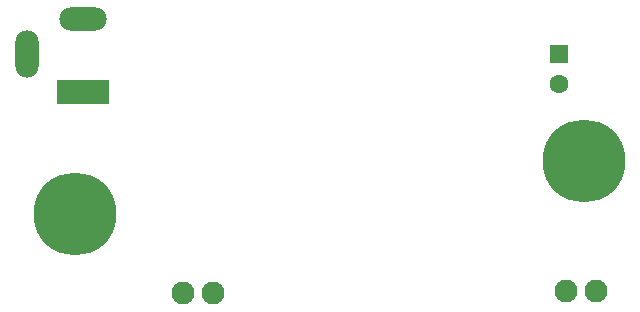
<source format=gbs>
G04 #@! TF.GenerationSoftware,KiCad,Pcbnew,7.0.5-0*
G04 #@! TF.CreationDate,2023-12-22T09:44:44-05:00*
G04 #@! TF.ProjectId,PierogiNixiePSU,50696572-6f67-4694-9e69-786965505355,rev?*
G04 #@! TF.SameCoordinates,Original*
G04 #@! TF.FileFunction,Soldermask,Bot*
G04 #@! TF.FilePolarity,Negative*
%FSLAX46Y46*%
G04 Gerber Fmt 4.6, Leading zero omitted, Abs format (unit mm)*
G04 Created by KiCad (PCBNEW 7.0.5-0) date 2023-12-22 09:44:44*
%MOMM*%
%LPD*%
G01*
G04 APERTURE LIST*
%ADD10C,1.950000*%
%ADD11C,0.800000*%
%ADD12C,7.000000*%
%ADD13R,1.600000X1.600000*%
%ADD14C,1.600000*%
%ADD15R,4.500000X2.000000*%
%ADD16O,4.000000X2.000000*%
%ADD17O,2.000000X4.000000*%
G04 APERTURE END LIST*
D10*
X131260000Y-117100000D03*
X133800000Y-117100000D03*
D11*
X162631155Y-105943845D03*
X163400000Y-104087690D03*
X163400000Y-107800000D03*
X165256155Y-103318845D03*
D12*
X165256155Y-105943845D03*
D11*
X165256155Y-108568845D03*
X167112310Y-104087690D03*
X167112310Y-107800000D03*
X167881155Y-105943845D03*
D13*
X163100000Y-96900000D03*
D14*
X163100000Y-99400000D03*
D10*
X163730000Y-116900000D03*
X166270000Y-116900000D03*
D15*
X122800000Y-100100000D03*
D16*
X122800000Y-93900000D03*
D17*
X118100000Y-96900000D03*
D11*
X119575000Y-110400000D03*
X120343845Y-108543845D03*
X120343845Y-112256155D03*
X122200000Y-107775000D03*
D12*
X122200000Y-110400000D03*
D11*
X122200000Y-113025000D03*
X124056155Y-108543845D03*
X124056155Y-112256155D03*
X124825000Y-110400000D03*
M02*

</source>
